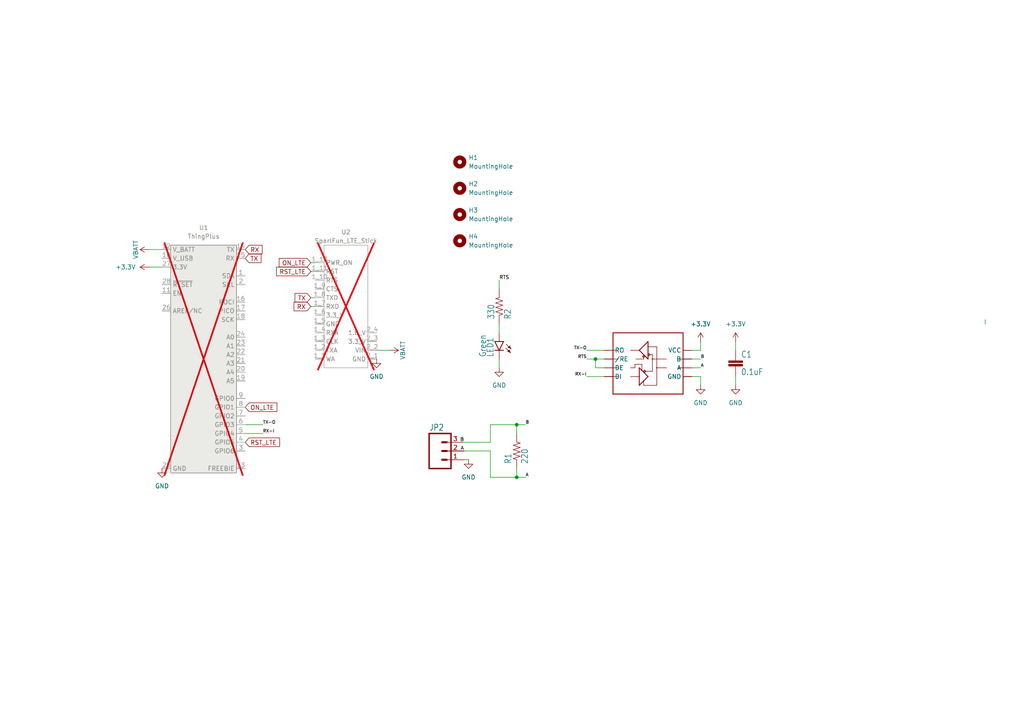
<source format=kicad_sch>
(kicad_sch (version 20231120) (generator "eeschema") (generator_version "8.0")
  (paper "A4")
  (lib_symbols
    (symbol "Mechanical:MountingHole" (pin_names (offset 1.016)) (exclude_from_sim yes) (in_bom no)
      (property "Reference" "H" (at 0 5.08 0))
      (property "Value" "MountingHole" (at 0 3.175 0))
      (symbol "MountingHole_0_1"
        (circle (center 0 0) (radius 1.27) (stroke (width 1.27)))
      )
    )
    (symbol "RS485_Breakout_v10-eagle-import:0.1UF-25V(+80/-20%)(0603)"
      (property "Reference" "C" (at 1.524 2.921 0))
      (symbol "0.1UF-25V(+80/-20%)(0603)_1_0"
        (rectangle (start -2.032 0.508) (end 2.032 1.016) (fill (type outline)))
        (rectangle (start -2.032 1.524) (end 2.032 2.032) (fill (type outline)))
        (polyline (pts (xy 0 0) (xy 0 0.508)) (stroke (width 0.1524)))
        (polyline (pts (xy 0 2.54) (xy 0 2.032)) (stroke (width 0.1524)))
        (pin passive line (at 0 5.08 270) (length 2.54) (name "1") (number "1"))
        (pin passive line (at 0 -2.54 90) (length 2.54) (name "2") (number "2"))
      )
    )
    (symbol "RS485_Breakout_v10-eagle-import:22OHM1/10W1%(0603)"
      (property "Reference" "R" (at -3.81 1.4986 0))
      (symbol "22OHM1/10W1%(0603)_1_0"
        (polyline (pts (xy -2.54 0) (xy -2.159 1.016)) (stroke (width 0.1524)))
        (polyline (pts (xy -2.159 1.016) (xy -1.524 -1.016)) (stroke (width 0.1524)))
        (polyline (pts (xy -1.524 -1.016) (xy -0.889 1.016)) (stroke (width 0.1524)))
        (polyline (pts (xy -0.889 1.016) (xy -0.254 -1.016)) (stroke (width 0.1524)))
        (polyline (pts (xy -0.254 -1.016) (xy 0.381 1.016)) (stroke (width 0.1524)))
        (polyline (pts (xy 0.381 1.016) (xy 1.016 -1.016)) (stroke (width 0.1524)))
        (polyline (pts (xy 1.016 -1.016) (xy 1.651 1.016)) (stroke (width 0.1524)))
        (polyline (pts (xy 1.651 1.016) (xy 2.286 -1.016)) (stroke (width 0.1524)))
        (polyline (pts (xy 2.286 -1.016) (xy 2.54 0)) (stroke (width 0.1524)))
        (pin passive line (at -5.08 0 0) (length 2.54) (name "1") (number "1"))
        (pin passive line (at 5.08 0 180) (length 2.54) (name "2") (number "2"))
      )
    )
    (symbol "RS485_Breakout_v10-eagle-import:330OHM1/10W1%(0603)"
      (property "Reference" "R" (at -3.81 1.4986 0))
      (symbol "330OHM1/10W1%(0603)_1_0"
        (polyline (pts (xy -2.54 0) (xy -2.159 1.016)) (stroke (width 0.1524)))
        (polyline (pts (xy -2.159 1.016) (xy -1.524 -1.016)) (stroke (width 0.1524)))
        (polyline (pts (xy -1.524 -1.016) (xy -0.889 1.016)) (stroke (width 0.1524)))
        (polyline (pts (xy -0.889 1.016) (xy -0.254 -1.016)) (stroke (width 0.1524)))
        (polyline (pts (xy -0.254 -1.016) (xy 0.381 1.016)) (stroke (width 0.1524)))
        (polyline (pts (xy 0.381 1.016) (xy 1.016 -1.016)) (stroke (width 0.1524)))
        (polyline (pts (xy 1.016 -1.016) (xy 1.651 1.016)) (stroke (width 0.1524)))
        (polyline (pts (xy 1.651 1.016) (xy 2.286 -1.016)) (stroke (width 0.1524)))
        (polyline (pts (xy 2.286 -1.016) (xy 2.54 0)) (stroke (width 0.1524)))
        (pin passive line (at -5.08 0 0) (length 2.54) (name "1") (number "1"))
        (pin passive line (at 5.08 0 180) (length 2.54) (name "2") (number "2"))
      )
    )
    (symbol "RS485_Breakout_v10-eagle-import:LED-GREEN0603"
      (property "Reference" "D" (at 3.556 -4.572 90))
      (symbol "LED-GREEN0603_1_0"
        (polyline (pts (xy -2.032 -0.762) (xy -3.429 -2.159)) (stroke (width 0.1524)))
        (polyline (pts (xy -1.905 -1.905) (xy -3.302 -3.302)) (stroke (width 0.1524)))
        (polyline (pts (xy 0 -2.54) (xy -1.27 -2.54)) (stroke (width 0.254)))
        (polyline (pts (xy 0 -2.54) (xy -1.27 0)) (stroke (width 0.254)))
        (polyline (pts (xy 0 0) (xy -1.27 0)) (stroke (width 0.254)))
        (polyline (pts (xy 1.27 -2.54) (xy 0 -2.54)) (stroke (width 0.254)))
        (polyline (pts (xy 1.27 0) (xy 0 -2.54)) (stroke (width 0.254)))
        (polyline (pts (xy 1.27 0) (xy 0 0)) (stroke (width 0.254)))
        (polyline (pts (xy -3.429 -2.159) (xy -3.048 -1.27) (xy -2.54 -1.778)) (stroke (width 0.1524)) (fill (type outline)))
        (polyline (pts (xy -3.302 -3.302) (xy -2.921 -2.413) (xy -2.413 -2.921)) (stroke (width 0.1524)) (fill (type outline)))
        (pin passive line (at 0 2.54 270) (length 2.54) (name "A") (number "A"))
        (pin passive line (at 0 -5.08 90) (length 2.54) (name "C") (number "C"))
      )
    )
    (symbol "RS485_Breakout_v10-eagle-import:M03SCREW"
      (property "Reference" "JP" (at -2.54 5.842 0))
      (symbol "M03SCREW_1_0"
        (polyline (pts (xy -2.54 5.08) (xy -2.54 -5.08)) (stroke (width 0.4064)))
        (polyline (pts (xy -2.54 5.08) (xy 3.81 5.08)) (stroke (width 0.4064)))
        (polyline (pts (xy 1.27 -2.54) (xy 2.54 -2.54)) (stroke (width 0.6096)))
        (polyline (pts (xy 1.27 0) (xy 2.54 0)) (stroke (width 0.6096)))
        (polyline (pts (xy 1.27 2.54) (xy 2.54 2.54)) (stroke (width 0.6096)))
        (polyline (pts (xy 3.81 -5.08) (xy -2.54 -5.08)) (stroke (width 0.4064)))
        (polyline (pts (xy 3.81 -5.08) (xy 3.81 5.08)) (stroke (width 0.4064)))
        (pin passive line (at 7.62 -2.54 180) (length 5.08) (name "1") (number "1"))
        (pin passive line (at 7.62 0 180) (length 5.08) (name "2") (number "2"))
        (pin passive line (at 7.62 2.54 180) (length 5.08) (name "3") (number "3"))
      )
    )
    (symbol "RS485_Breakout_v10-eagle-import:RS485SOIC"
      (symbol "RS485SOIC_1_0"
        (polyline (pts (xy -7.62 -10.16) (xy -7.62 -5.08)) (stroke (width 0.254)))
        (polyline (pts (xy -7.62 -5.08) (xy -7.62 -2.54)) (stroke (width 0.254)))
        (polyline (pts (xy -7.62 -5.08) (xy -6.096 -5.08)) (stroke (width 0.1524)))
        (polyline (pts (xy -7.62 -2.54) (xy -7.62 0)) (stroke (width 0.254)))
        (polyline (pts (xy -7.62 -2.54) (xy -6.096 -2.54)) (stroke (width 0.1524)))
        (polyline (pts (xy -7.62 0) (xy -7.62 2.54)) (stroke (width 0.254)))
        (polyline (pts (xy -7.62 0) (xy -6.096 0)) (stroke (width 0.1524)))
        (polyline (pts (xy -7.62 2.54) (xy -7.62 7.62)) (stroke (width 0.254)))
        (polyline (pts (xy -7.62 2.54) (xy -6.096 2.54)) (stroke (width 0.1524)))
        (polyline (pts (xy -7.62 7.62) (xy 12.7 7.62)) (stroke (width 0.254)))
        (polyline (pts (xy -2.54 2.54) (xy 0 2.54)) (stroke (width 0.1524)))
        (polyline (pts (xy -1.27 -2.54) (xy -2.54 -2.54)) (stroke (width 0.1524)))
        (polyline (pts (xy -1.27 -2.54) (xy -1.27 -1.524)) (stroke (width 0.1524)))
        (polyline (pts (xy -1.27 -1.524) (xy 0.762 -1.524)) (stroke (width 0.1524)))
        (polyline (pts (xy 0 -7.62) (xy 1.27 -6.35)) (stroke (width 0.254)))
        (polyline (pts (xy 0 -5.08) (xy -2.54 -5.08)) (stroke (width 0.1524)))
        (polyline (pts (xy 0 -5.08) (xy 0 -7.62)) (stroke (width 0.254)))
        (polyline (pts (xy 0 -2.54) (xy 0 -5.08)) (stroke (width 0.254)))
        (polyline (pts (xy 0 2.54) (xy 2.54 0)) (stroke (width 0.254)))
        (polyline (pts (xy 0.762 -3.302) (xy 0 -2.54)) (stroke (width 0.254)))
        (polyline (pts (xy 0.762 -1.524) (xy 0.762 -3.302)) (stroke (width 0.1524)))
        (polyline (pts (xy 1.27 -7.62) (xy 5.08 -7.62)) (stroke (width 0.1524)))
        (polyline (pts (xy 1.27 -6.35) (xy 1.27 -7.62)) (stroke (width 0.1524)))
        (polyline (pts (xy 1.27 -6.35) (xy 2.54 -5.08)) (stroke (width 0.254)))
        (polyline (pts (xy 1.27 0) (xy -1.016 0)) (stroke (width 0.1524)))
        (polyline (pts (xy 1.27 0.508) (xy 1.27 0)) (stroke (width 0.1524)))
        (polyline (pts (xy 1.778 -3.556) (xy 3.81 -3.556)) (stroke (width 0.1524)))
        (polyline (pts (xy 2.54 -5.08) (xy 0.762 -3.302)) (stroke (width 0.254)))
        (polyline (pts (xy 2.54 3.556) (xy 2.54 0)) (stroke (width 0.254)))
        (polyline (pts (xy 2.54 5.08) (xy 0 2.54)) (stroke (width 0.254)))
        (polyline (pts (xy 2.54 5.08) (xy 2.54 3.556)) (stroke (width 0.254)))
        (polyline (pts (xy 3.81 -3.556) (xy 3.81 0)) (stroke (width 0.1524)))
        (polyline (pts (xy 3.81 0) (xy 3.81 1.27)) (stroke (width 0.1524)))
        (polyline (pts (xy 3.81 0) (xy 7.874 0)) (stroke (width 0.1524)))
        (polyline (pts (xy 3.81 1.27) (xy 3.048 1.27)) (stroke (width 0.1524)))
        (polyline (pts (xy 5.08 -2.54) (xy 5.08 -7.62)) (stroke (width 0.1524)))
        (polyline (pts (xy 5.08 -2.54) (xy 5.08 3.556)) (stroke (width 0.1524)))
        (polyline (pts (xy 5.08 -2.54) (xy 7.874 -2.54)) (stroke (width 0.1524)))
        (polyline (pts (xy 5.08 3.556) (xy 2.54 3.556)) (stroke (width 0.1524)))
        (polyline (pts (xy 12.7 -10.16) (xy -7.62 -10.16)) (stroke (width 0.254)))
        (polyline (pts (xy 12.7 -2.54) (xy 11.176 -2.54)) (stroke (width 0.1524)))
        (polyline (pts (xy 12.7 -2.54) (xy 12.7 -10.16)) (stroke (width 0.254)))
        (polyline (pts (xy 12.7 0) (xy 11.176 0)) (stroke (width 0.1524)))
        (polyline (pts (xy 12.7 0) (xy 12.7 -2.54)) (stroke (width 0.254)))
        (polyline (pts (xy 12.7 7.62) (xy 12.7 0)) (stroke (width 0.254)))
        (circle (center 1.27 0.762) (radius 0.254) (stroke (width 0.254)))
        (circle (center 1.524 -3.556) (radius 0.254) (stroke (width 0.254)))
        (circle (center 2.794 1.27) (radius 0.254) (stroke (width 0.254)))
        (circle (center 3.81 0) (radius 0.127) (stroke (width 0.1524)))
        (circle (center 5.08 -2.54) (radius 0.127) (stroke (width 0.1524)))
        (pin bidirectional line (at -10.16 2.54 0) (length 2.54) (name "RO") (number "1"))
        (pin bidirectional line (at -10.16 0 0) (length 2.54) (name "/RE") (number "2"))
        (pin bidirectional line (at -10.16 -2.54 0) (length 2.54) (name "DE") (number "3"))
        (pin bidirectional line (at -10.16 -5.08 0) (length 2.54) (name "DI") (number "4"))
        (pin bidirectional line (at 15.24 -5.08 180) (length 2.54) (name "GND") (number "5"))
        (pin bidirectional line (at 15.24 -2.54 180) (length 2.54) (name "A") (number "6"))
        (pin bidirectional line (at 15.24 0 180) (length 2.54) (name "B") (number "7"))
        (pin bidirectional line (at 15.24 2.54 180) (length 2.54) (name "VCC") (number "8"))
      )
    )
    (symbol "SparkFun-Board:ThingPlus_With_Connectors"
      (property "Reference" "U" (at -10.16 33.02 0))
      (property "Value" "ThingPlus" (at 0 33.02 0))
      (symbol "ThingPlus_With_Connectors_1_1"
        (rectangle (start -10.16 31.75) (end 8.89 -34.29) (stroke (width 0.254)) (fill (type background)))
        (pin bidirectional line (at 11.43 22.86 180) (length 2.54) (name "SDA") (number "1"))
        (pin power_in line (at -12.7 27.94 0) (length 2.54) (name "V_USB") (number "10"))
        (pin input line (at -12.7 17.78 0) (length 2.54) (name "EN") (number "11"))
        (pin power_in line (at -12.7 30.48 0) (length 2.54) (name "V_BATT") (number "12"))
        (pin bidirectional line (at 11.43 -33.02 180) (length 2.54) (name "FREEBIE") (number "13"))
        (pin bidirectional line (at 11.43 30.48 180) (length 2.54) (name "TX") (number "14"))
        (pin bidirectional line (at 11.43 27.94 180) (length 2.54) (name "RX") (number "15"))
        (pin bidirectional line (at 11.43 15.24 180) (length 2.54) (name "POCI") (number "16"))
        (pin bidirectional line (at 11.43 12.7 180) (length 2.54) (name "PICO") (number "17"))
        (pin bidirectional line (at 11.43 10.16 180) (length 2.54) (name "SCK") (number "18"))
        (pin bidirectional line (at 11.43 -7.62 180) (length 2.54) (name "A5") (number "19"))
        (pin bidirectional line (at 11.43 20.32 180) (length 2.54) (name "SCL") (number "2"))
        (pin bidirectional line (at 11.43 -5.08 180) (length 2.54) (name "A4") (number "20"))
        (pin bidirectional line (at 11.43 -2.54 180) (length 2.54) (name "A3") (number "21"))
        (pin bidirectional line (at 11.43 0 180) (length 2.54) (name "A2") (number "22"))
        (pin bidirectional line (at 11.43 2.54 180) (length 2.54) (name "A1") (number "23"))
        (pin bidirectional line (at 11.43 5.08 180) (length 2.54) (name "A0") (number "24"))
        (pin power_in line (at -12.7 -33.02 0) (length 2.54) (name "GND") (number "25"))
        (pin input line (at -12.7 12.7 0) (length 2.54) (name "AREF/NC") (number "26"))
        (pin power_in line (at -12.7 25.4 0) (length 2.54) (name "3.3V") (number "27"))
        (pin input line (at -12.7 20.32 0) (length 2.54) (name "~{RESET}") (number "28"))
        (pin bidirectional line (at 11.43 -27.94 180) (length 2.54) (name "GPIO6") (number "3"))
        (pin bidirectional line (at 11.43 -25.4 180) (length 2.54) (name "GPIO5") (number "4"))
        (pin bidirectional line (at 11.43 -22.86 180) (length 2.54) (name "GPIO4") (number "5"))
        (pin bidirectional line (at 11.43 -20.32 180) (length 2.54) (name "GPIO3") (number "6"))
        (pin bidirectional line (at 11.43 -17.78 180) (length 2.54) (name "GPIO2") (number "7"))
        (pin bidirectional line (at 11.43 -15.24 180) (length 2.54) (name "GPIO1") (number "8"))
        (pin bidirectional line (at 11.43 -12.7 180) (length 2.54) (name "GPIO0") (number "9"))
      )
    )
    (symbol "SparkFun-PowerSymbol:VBATT" (power) (pin_names (offset 0))
      (property "Value" "VBATT" (at 0 3.81 0))
      (symbol "VBATT_0_1"
        (polyline (pts (xy -0.762 1.27) (xy 0 2.54)))
        (polyline (pts (xy 0 0) (xy 0 2.54)))
        (polyline (pts (xy 0 2.54) (xy 0.762 1.27)))
      )
      (symbol "VBATT_1_1"
        (pin power_in line (at 0 0 90) (length 0) hide (name "VBATT") (number "1"))
      )
    )
    (symbol "custom_symbols:SparkFun_LTE_Stick"
      (property "Reference" "U" (at 0 0 0))
      (property "Value" "SparlFun_LTE_Stick" (at 0 0 0))
      (symbol "SparkFun_LTE_Stick_0_1"
        (rectangle (start -6.35 -1.27) (end 6.35 -36.83))
      )
      (symbol "SparkFun_LTE_Stick_1_1"
        (pin bidirectional line (at -8.89 -34.29 0) (length 2.54) (name "WA") (number "1_1"))
        (pin bidirectional line (at -8.89 -11.43 0) (length 2.54) (name "RTS") (number "1_10"))
        (pin input line (at -8.89 -8.89 0) (length 2.54) (name "RST") (number "1_11"))
        (pin input line (at -8.89 -6.35 0) (length 2.54) (name "PWR_ON") (number "1_12"))
        (pin bidirectional line (at -8.89 -31.75 0) (length 2.54) (name "TXA") (number "1_2"))
        (pin bidirectional line (at -8.89 -29.21 0) (length 2.54) (name "CLK") (number "1_3"))
        (pin bidirectional line (at -8.89 -26.67 0) (length 2.54) (name "RXA") (number "1_4"))
        (pin power_in line (at -8.89 -24.13 0) (length 2.54) (name "GND") (number "1_5"))
        (pin power_in line (at -8.89 -21.59 0) (length 2.54) (name "3.3_V") (number "1_6"))
        (pin bidirectional line (at -8.89 -19.05 0) (length 2.54) (name "RXD") (number "1_7"))
        (pin bidirectional line (at -8.89 -16.51 0) (length 2.54) (name "TXD") (number "1_8"))
        (pin bidirectional line (at -8.89 -13.97 0) (length 2.54) (name "CTS") (number "1_9"))
        (pin power_in line (at 8.89 -34.29 180) (length 2.54) (name "GND") (number "2_1"))
        (pin power_in line (at 8.89 -31.75 180) (length 2.54) (name "VIN") (number "2_2"))
        (pin power_in line (at 8.89 -29.21 180) (length 2.54) (name "3.3_V") (number "2_3"))
        (pin power_in line (at 8.89 -26.67 180) (length 2.54) (name "1.8_V") (number "2_4"))
      )
    )
    (symbol "power:+3.3V" (power) (pin_numbers hide) (pin_names (offset 0) hide)
      (property "Value" "+3.3V" (at 0 3.556 0))
      (symbol "+3.3V_0_1"
        (polyline (pts (xy -0.762 1.27) (xy 0 2.54)))
        (polyline (pts (xy 0 0) (xy 0 2.54)))
        (polyline (pts (xy 0 2.54) (xy 0.762 1.27)))
      )
      (symbol "+3.3V_1_1"
        (pin power_in line (at 0 0 90) (length 0) (name "~") (number "1"))
      )
    )
    (symbol "power:GND" (power) (pin_numbers hide) (pin_names (offset 0) hide)
      (property "Value" "GND" (at 0 -3.81 0))
      (symbol "GND_0_1"
        (polyline (pts (xy 0 0) (xy 0 -1.27) (xy 1.27 -1.27) (xy 0 -2.54) (xy -1.27 -1.27) (xy 0 -1.27)))
      )
      (symbol "GND_1_1"
        (pin power_in line (at 0 0 270) (length 0) (name "~") (number "1"))
      )
    )
  )
  (junction (at 149.86 138.43))
  (junction (at 149.86 123.19))
  (junction (at 172.72 104.14))
  (wire (pts (xy 203.2 109.22) (xy 203.2 111.76)) (stroke (width 0.1524)))
  (wire (pts (xy 142.24 130.81) (xy 142.24 138.43)) (stroke (width 0.1524)))
  (wire (pts (xy 203.2 109.22) (xy 200.66 109.22)) (stroke (width 0.1524)))
  (wire (pts (xy 134.62 130.81) (xy 142.24 130.81)) (stroke (width 0.1524)))
  (wire (pts (xy 76.2 123.19) (xy 71.12 123.19)))
  (wire (pts (xy 149.86 123.19) (xy 152.4 123.19)) (stroke (width 0.1524)))
  (wire (pts (xy 90.17 78.74) (xy 91.44 78.74)))
  (wire (pts (xy 144.78 106.68) (xy 144.78 104.14)) (stroke (width 0.1524)))
  (wire (pts (xy 149.86 138.43) (xy 152.4 138.43)) (stroke (width 0.1524)))
  (wire (pts (xy 175.26 106.68) (xy 172.72 106.68)) (stroke (width 0.1524)))
  (wire (pts (xy 175.26 109.22) (xy 170.18 109.22)) (stroke (width 0.1524)))
  (wire (pts (xy 172.72 106.68) (xy 172.72 104.14)) (stroke (width 0.1524)))
  (wire (pts (xy 213.36 99.06) (xy 213.36 101.6)) (stroke (width 0.1524)))
  (wire (pts (xy 149.86 123.19) (xy 149.86 125.73)) (stroke (width 0.1524)))
  (wire (pts (xy 213.36 111.76) (xy 213.36 109.22)) (stroke (width 0.1524)))
  (wire (pts (xy 175.26 101.6) (xy 170.18 101.6)) (stroke (width 0.1524)))
  (wire (pts (xy 149.86 138.43) (xy 149.86 135.89)) (stroke (width 0.1524)))
  (wire (pts (xy 90.17 88.9) (xy 91.44 88.9)))
  (wire (pts (xy 76.2 125.73) (xy 71.12 125.73)))
  (wire (pts (xy 175.26 104.14) (xy 172.72 104.14)) (stroke (width 0.1524)))
  (wire (pts (xy 113.03 101.6) (xy 109.22 101.6)))
  (wire (pts (xy 144.78 96.52) (xy 144.78 93.98)) (stroke (width 0.1524)))
  (wire (pts (xy 43.18 72.39) (xy 46.99 72.39)))
  (wire (pts (xy 43.18 77.47) (xy 46.99 77.47)))
  (wire (pts (xy 200.66 106.68) (xy 203.2 106.68)) (stroke (width 0.1524)))
  (wire (pts (xy 135.89 133.35) (xy 134.62 133.35)))
  (wire (pts (xy 200.66 104.14) (xy 203.2 104.14)) (stroke (width 0.1524)))
  (wire (pts (xy 134.62 128.27) (xy 142.24 128.27)) (stroke (width 0.1524)))
  (wire (pts (xy 90.17 76.2) (xy 91.44 76.2)))
  (wire (pts (xy 142.24 123.19) (xy 149.86 123.19)) (stroke (width 0.1524)))
  (wire (pts (xy 90.17 86.36) (xy 91.44 86.36)))
  (wire (pts (xy 203.2 101.6) (xy 203.2 99.06)) (stroke (width 0.1524)))
  (wire (pts (xy 142.24 138.43) (xy 149.86 138.43)) (stroke (width 0.1524)))
  (wire (pts (xy 200.66 101.6) (xy 203.2 101.6)) (stroke (width 0.1524)))
  (wire (pts (xy 172.72 104.14) (xy 170.18 104.14)) (stroke (width 0.1524)))
  (wire (pts (xy 285.75 93.98) (xy 285.75 92.71)) (stroke (width 0.1524)))
  (wire (pts (xy 142.24 128.27) (xy 142.24 123.19)) (stroke (width 0.1524)))
  (wire (pts (xy 144.78 81.28) (xy 144.78 83.82)) (stroke (width 0.1524)))
  (label "TX-O" (at 170.18 101.6 180) (effects (font (size 0.889 0.889))))
  (label "A" (at 134.62 130.81 180) (effects (font (size 1.016 1.016))))
  (label "B" (at 152.4 123.19 0) (effects (font (size 0.889 0.889))))
  (label "RX-I" (at 170.18 109.22 180) (effects (font (size 0.889 0.889))))
  (label "B" (at 203.2 104.14 0) (effects (font (size 0.889 0.889))))
  (label "RTS" (at 144.78 81.28 0) (effects (font (size 1.016 1.016))))
  (label "A" (at 152.4 138.43 0) (effects (font (size 0.889 0.889))))
  (label "RTS" (at 170.18 104.14 180) (effects (font (size 0.889 0.889))))
  (label "RX-I" (at 76.2 125.73 0) (effects (font (size 0.889 0.889))))
  (label "B" (at 134.62 128.27 180) (effects (font (size 1.016 1.016))))
  (label "TX-O" (at 76.2 123.19 0) (effects (font (size 0.889 0.889))))
  (label "A" (at 203.2 106.68 0) (effects (font (size 0.889 0.889))))
  (global_label "ON_LTE" (shape input) (at 90.17 76.2 180) (property "Intersheetrefs" "${INTERSHEET_REFS}" (effects (hide yes))))
  (global_label "TX" (shape input) (at 71.12 74.93 0) (property "Intersheetrefs" "${INTERSHEET_REFS}" (effects (hide yes))))
  (global_label "RST_LTE" (shape input) (at 71.12 128.27 0) (property "Intersheetrefs" "${INTERSHEET_REFS}" (effects (hide yes))))
  (global_label "ON_LTE" (shape input) (at 71.12 118.11 0) (property "Intersheetrefs" "${INTERSHEET_REFS}" (effects (hide yes))))
  (global_label "TX" (shape input) (at 90.17 86.36 180) (property "Intersheetrefs" "${INTERSHEET_REFS}" (effects (hide yes))))
  (global_label "RX" (shape input) (at 71.12 72.39 0) (property "Intersheetrefs" "${INTERSHEET_REFS}" (effects (hide yes))))
  (global_label "RST_LTE" (shape input) (at 90.17 78.74 180) (property "Intersheetrefs" "${INTERSHEET_REFS}" (effects (hide yes))))
  (global_label "RX" (shape input) (at 90.17 88.9 180) (property "Intersheetrefs" "${INTERSHEET_REFS}" (effects (hide yes))))
  (symbol (lib_id "power:GND") (at 203.2 111.76 0) (unit 1)
    (property "Reference" "#PWR04" (effects (hide yes)))
    (property "Value" "GND" (at 203.2 116.84 0))
    (property "Description" "Power symbol creates a global label with name \"GND\" , ground" (effects (hide yes)))
  )
  (symbol (lib_id "RS485_Breakout_v10-eagle-import:RS485SOIC") (at 185.42 104.14 0) (unit 1)
    (property "Reference" "U3" (effects (hide yes)))
    (property "Value" "RS485SOIC" (effects (hide yes)))
    (property "Footprint" "RS485_Breakout_v10:SO08" (effects (hide yes)))
  )
  (symbol (lib_id "SparkFun-PowerSymbol:VBATT") (at 43.18 72.39 90) (unit 1)
    (property "Reference" "#PWR012" (effects (hide yes)))
    (property "Value" "VBATT" (at 39.37 72.39 0))
    (property "Description" "Power symbol creates a global label with name \"VBATT\"" (effects (hide yes)))
  )
  (symbol (lib_id "RS485_Breakout_v10-eagle-import:330OHM1/10W1%(0603)") (at 144.78 88.9 270) (mirror x) (unit 1)
    (property "Reference" "R2" (at 146.2786 92.71 0) (effects (font (size 1.778 1.5113)) (justify left bottom)))
    (property "Value" "330" (at 141.478 92.71 0) (effects (font (size 1.778 1.5113)) (justify left bottom)))
    (property "Footprint" "RS485_Breakout_v10:0603-RES" (effects (hide yes)))
  )
  (symbol (lib_id "Mechanical:MountingHole") (at 133.35 69.85 0) (unit 1) (exclude_from_sim yes) (in_bom no)
    (property "Reference" "H4" (at 135.89 68.5799 0) (effects (justify left)))
    (property "Value" "MountingHole" (at 135.89 71.1199 0) (effects (justify left)))
    (property "Footprint" "SparkFun-Hardware:Standoff" (effects (hide yes)))
    (property "Description" "Mounting Hole without connection" (effects (hide yes)))
  )
  (symbol (lib_id "power:GND") (at 144.78 106.68 0) (unit 1)
    (property "Reference" "#PWR02" (effects (hide yes)))
    (property "Value" "GND" (at 144.78 111.76 0))
    (property "Description" "Power symbol creates a global label with name \"GND\" , ground" (effects (hide yes)))
  )
  (symbol (lib_id "SparkFun-Board:ThingPlus_With_Connectors") (at 59.69 102.87 0) (unit 1) (in_bom no) (dnp yes)
    (property "Reference" "U1" (at 59.055 66.04 0))
    (property "Value" "ThingPlus" (at 59.055 68.58 0))
    (property "Footprint" "SparkFun-Board:ThingPlus_With_Connectors" (effects (hide yes)))
    (property "Description" "Thing Plus Board Outline" (effects (hide yes)))
  )
  (symbol (lib_id "power:GND") (at 213.36 111.76 0) (unit 1)
    (property "Reference" "#PWR05" (effects (hide yes)))
    (property "Value" "GND" (at 213.36 116.84 0))
    (property "Description" "Power symbol creates a global label with name \"GND\" , ground" (effects (hide yes)))
  )
  (symbol (lib_id "Mechanical:MountingHole") (at 133.35 62.23 0) (unit 1) (exclude_from_sim yes) (in_bom no)
    (property "Reference" "H3" (at 135.89 60.9599 0) (effects (justify left)))
    (property "Value" "MountingHole" (at 135.89 63.4999 0) (effects (justify left)))
    (property "Footprint" "SparkFun-Hardware:Standoff" (effects (hide yes)))
    (property "Description" "Mounting Hole without connection" (effects (hide yes)))
  )
  (symbol (lib_id "custom_symbols:SparkFun_LTE_Stick") (at 100.33 69.85 0) (unit 1) (in_bom no) (dnp yes)
    (property "Reference" "U2" (at 100.33 67.31 0))
    (property "Value" "SparlFun_LTE_Stick" (at 100.33 69.85 0))
    (property "Footprint" "custom_footprints:SparkFun_LTE_Stick" (effects (hide yes)))
  )
  (symbol (lib_id "SparkFun-PowerSymbol:VBATT") (at 113.03 101.6 270) (unit 1)
    (property "Reference" "#PWR013" (effects (hide yes)))
    (property "Value" "VBATT" (at 116.84 101.6 0))
    (property "Description" "Power symbol creates a global label with name \"VBATT\"" (effects (hide yes)))
  )
  (symbol (lib_id "Mechanical:MountingHole") (at 133.35 54.61 0) (unit 1) (exclude_from_sim yes) (in_bom no)
    (property "Reference" "H2" (at 135.89 53.3399 0) (effects (justify left)))
    (property "Value" "MountingHole" (at 135.89 55.8799 0) (effects (justify left)))
    (property "Footprint" "SparkFun-Hardware:Standoff" (effects (hide yes)))
    (property "Description" "Mounting Hole without connection" (effects (hide yes)))
  )
  (symbol (lib_id "Mechanical:MountingHole") (at 133.35 46.99 0) (unit 1) (exclude_from_sim yes) (in_bom no)
    (property "Reference" "H1" (at 135.89 45.7199 0) (effects (justify left)))
    (property "Value" "MountingHole" (at 135.89 48.2599 0) (effects (justify left)))
    (property "Footprint" "SparkFun-Hardware:Standoff" (effects (hide yes)))
    (property "Description" "Mounting Hole without connection" (effects (hide yes)))
  )
  (symbol (lib_id "RS485_Breakout_v10-eagle-import:M03SCREW") (at 127 130.81 0) (unit 1)
    (property "Reference" "JP2" (at 124.46 124.968 0) (effects (font (size 1.778 1.5113)) (justify left bottom)))
    (property "Value" "M03SCREW" (effects (hide yes)))
    (property "Footprint" "RS485_Breakout_v10:SCREWTERMINAL-3.5MM-3" (effects (hide yes)))
  )
  (symbol (lib_id "power:GND") (at 46.99 135.89 0) (unit 1)
    (property "Reference" "#PWR07" (effects (hide yes)))
    (property "Value" "GND" (at 46.99 140.97 0))
    (property "Description" "Power symbol creates a global label with name \"GND\" , ground" (effects (hide yes)))
  )
  (symbol (lib_id "power:GND") (at 135.89 133.35 0) (unit 1)
    (property "Reference" "#PWR06" (effects (hide yes)))
    (property "Value" "GND" (at 135.89 138.43 0))
    (property "Description" "Power symbol creates a global label with name \"GND\" , ground" (effects (hide yes)))
  )
  (symbol (lib_id "power:GND") (at 109.22 104.14 0) (unit 1)
    (property "Reference" "#PWR01" (effects (hide yes)))
    (property "Value" "GND" (at 109.22 109.22 0))
    (property "Description" "Power symbol creates a global label with name \"GND\" , ground" (effects (hide yes)))
  )
  (symbol (lib_id "RS485_Breakout_v10-eagle-import:LED-GREEN0603") (at 144.78 99.06 0) (mirror y) (unit 1)
    (property "Reference" "LED1" (at 141.224 103.632 90) (effects (font (size 1.778 1.5113)) (justify left bottom)))
    (property "Value" "Green" (at 139.065 103.632 90) (effects (font (size 1.778 1.5113)) (justify left bottom)))
    (property "Footprint" "RS485_Breakout_v10:LED-0603" (effects (hide yes)))
  )
  (symbol (lib_id "power:+3.3V") (at 213.36 99.06 0) (unit 1)
    (property "Reference" "#PWR010" (effects (hide yes)))
    (property "Value" "+3.3V" (at 213.36 93.98 0))
    (property "Description" "Power symbol creates a global label with name \"+3.3V\"" (effects (hide yes)))
  )
  (symbol (lib_id "RS485_Breakout_v10-eagle-import:0.1UF-25V(+80/-20%)(0603)") (at 213.36 106.68 0) (unit 1)
    (property "Reference" "C1" (at 214.884 103.759 0) (effects (font (size 1.778 1.5113)) (justify left bottom)))
    (property "Value" "0.1uF" (at 214.884 108.839 0) (effects (font (size 1.778 1.5113)) (justify left bottom)))
    (property "Footprint" "RS485_Breakout_v10:0603-CAP" (effects (hide yes)))
  )
  (symbol (lib_id "power:+3.3V") (at 43.18 77.47 90) (unit 1)
    (property "Reference" "#PWR011" (effects (hide yes)))
    (property "Value" "+3.3V" (at 39.37 77.4699 90) (effects (justify left)))
    (property "Description" "Power symbol creates a global label with name \"+3.3V\"" (effects (hide yes)))
  )
  (symbol (lib_id "RS485_Breakout_v10-eagle-import:22OHM1/10W1%(0603)") (at 149.86 130.81 90) (unit 1)
    (property "Reference" "R1" (at 148.3614 134.62 0) (effects (font (size 1.778 1.5113)) (justify left bottom)))
    (property "Value" "220" (at 153.162 134.62 0) (effects (font (size 1.778 1.5113)) (justify left bottom)))
    (property "Footprint" "RS485_Breakout_v10:0603-RES" (effects (hide yes)))
  )
  (symbol (lib_id "power:+3.3V") (at 203.2 99.06 0) (unit 1)
    (property "Reference" "#PWR09" (effects (hide yes)))
    (property "Value" "+3.3V" (at 203.2 93.98 0))
    (property "Description" "Power symbol creates a global label with name \"+3.3V\"" (effects (hide yes)))
  )
)
</source>
